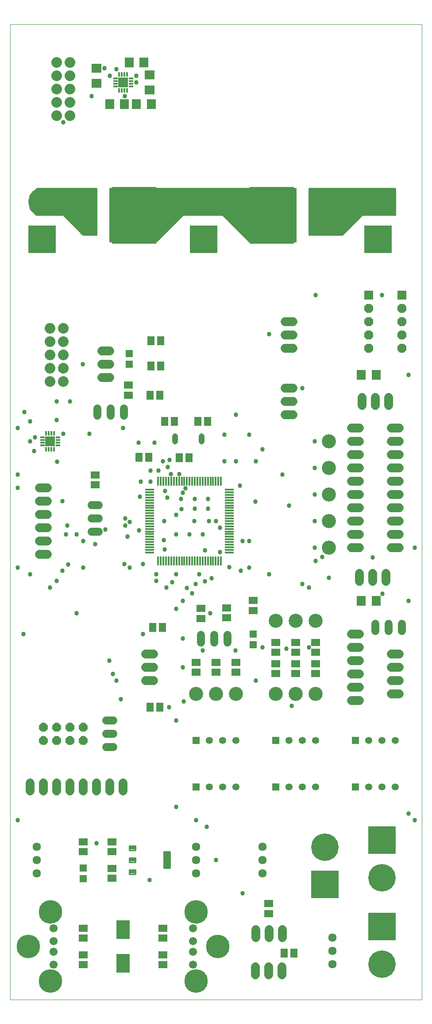
<source format=gts>
G04 EAGLE Gerber RS-274X export*
G75*
%MOMM*%
%FSLAX34Y34*%
%LPD*%
%INTop Solder Mask*%
%IPPOS*%
%AMOC8*
5,1,8,0,0,1.08239X$1,22.5*%
G01*
%ADD10C,0.000000*%
%ADD11R,1.652400X1.452400*%
%ADD12R,1.752400X1.952400*%
%ADD13R,1.952400X1.752400*%
%ADD14R,1.452400X1.652400*%
%ADD15C,2.032000*%
%ADD16R,5.252400X5.252400*%
%ADD17C,5.252400*%
%ADD18P,1.814519X8X202.500000*%
%ADD19R,0.952400X0.452400*%
%ADD20R,0.452400X0.952400*%
%ADD21R,1.952400X1.952400*%
%ADD22R,0.452400X1.752400*%
%ADD23R,1.752400X0.452400*%
%ADD24C,1.524000*%
%ADD25C,1.676400*%
%ADD26R,1.352400X1.352400*%
%ADD27P,1.869504X8X112.500000*%
%ADD28R,1.727200X1.727200*%
%ADD29C,1.117600*%
%ADD30R,1.752400X1.955400*%
%ADD31C,1.612391*%
%ADD32C,0.292247*%
%ADD33C,0.350975*%
%ADD34C,1.552400*%
%ADD35C,4.502400*%
%ADD36R,2.652400X3.652400*%
%ADD37C,1.352400*%
%ADD38R,3.202400X2.182400*%
%ADD39R,8.532400X10.812400*%
%ADD40C,2.692400*%
%ADD41C,0.858000*%

G36*
X279498Y1446543D02*
X279498Y1446543D01*
X279597Y1446546D01*
X279655Y1446563D01*
X279716Y1446571D01*
X279808Y1446607D01*
X279903Y1446635D01*
X279955Y1446665D01*
X280011Y1446688D01*
X280091Y1446746D01*
X280177Y1446796D01*
X280252Y1446862D01*
X280269Y1446874D01*
X280276Y1446884D01*
X280298Y1446903D01*
X330726Y1497331D01*
X405874Y1497331D01*
X456303Y1446903D01*
X456381Y1446842D01*
X456453Y1446774D01*
X456506Y1446745D01*
X456554Y1446708D01*
X456645Y1446668D01*
X456731Y1446620D01*
X456790Y1446605D01*
X456846Y1446581D01*
X456944Y1446566D01*
X457039Y1446541D01*
X457139Y1446535D01*
X457160Y1446531D01*
X457172Y1446533D01*
X457200Y1446531D01*
X546100Y1446531D01*
X546218Y1446546D01*
X546337Y1446553D01*
X546375Y1446566D01*
X546416Y1446571D01*
X546526Y1446614D01*
X546639Y1446651D01*
X546674Y1446673D01*
X546711Y1446688D01*
X546807Y1446758D01*
X546908Y1446821D01*
X546936Y1446851D01*
X546969Y1446874D01*
X547045Y1446966D01*
X547126Y1447053D01*
X547146Y1447088D01*
X547171Y1447119D01*
X547222Y1447227D01*
X547280Y1447331D01*
X547290Y1447371D01*
X547307Y1447407D01*
X547329Y1447524D01*
X547359Y1447639D01*
X547363Y1447700D01*
X547367Y1447720D01*
X547365Y1447740D01*
X547369Y1447800D01*
X547369Y1549400D01*
X547354Y1549518D01*
X547347Y1549637D01*
X547334Y1549675D01*
X547329Y1549716D01*
X547286Y1549826D01*
X547249Y1549939D01*
X547227Y1549974D01*
X547212Y1550011D01*
X547143Y1550107D01*
X547079Y1550208D01*
X547049Y1550236D01*
X547026Y1550269D01*
X546934Y1550345D01*
X546847Y1550426D01*
X546812Y1550446D01*
X546781Y1550471D01*
X546673Y1550522D01*
X546569Y1550580D01*
X546529Y1550590D01*
X546493Y1550607D01*
X546376Y1550629D01*
X546261Y1550659D01*
X546201Y1550663D01*
X546181Y1550667D01*
X546160Y1550665D01*
X546100Y1550669D01*
X190500Y1550669D01*
X190382Y1550654D01*
X190263Y1550647D01*
X190225Y1550634D01*
X190184Y1550629D01*
X190074Y1550586D01*
X189961Y1550549D01*
X189926Y1550527D01*
X189889Y1550512D01*
X189793Y1550443D01*
X189692Y1550379D01*
X189664Y1550349D01*
X189631Y1550326D01*
X189556Y1550234D01*
X189474Y1550147D01*
X189454Y1550112D01*
X189429Y1550081D01*
X189378Y1549973D01*
X189320Y1549869D01*
X189310Y1549829D01*
X189293Y1549793D01*
X189271Y1549676D01*
X189241Y1549561D01*
X189237Y1549501D01*
X189233Y1549481D01*
X189235Y1549460D01*
X189231Y1549400D01*
X189231Y1447800D01*
X189246Y1447682D01*
X189253Y1447563D01*
X189266Y1447525D01*
X189271Y1447484D01*
X189314Y1447374D01*
X189351Y1447261D01*
X189373Y1447226D01*
X189388Y1447189D01*
X189458Y1447093D01*
X189521Y1446992D01*
X189551Y1446964D01*
X189574Y1446931D01*
X189666Y1446856D01*
X189753Y1446774D01*
X189788Y1446754D01*
X189819Y1446729D01*
X189927Y1446678D01*
X190031Y1446620D01*
X190071Y1446610D01*
X190107Y1446593D01*
X190224Y1446571D01*
X190339Y1446541D01*
X190400Y1446537D01*
X190420Y1446533D01*
X190440Y1446535D01*
X190500Y1446531D01*
X279400Y1446531D01*
X279498Y1446543D01*
G37*
G36*
X635098Y1459243D02*
X635098Y1459243D01*
X635197Y1459246D01*
X635255Y1459263D01*
X635316Y1459271D01*
X635408Y1459307D01*
X635503Y1459335D01*
X635555Y1459365D01*
X635611Y1459388D01*
X635691Y1459446D01*
X635777Y1459496D01*
X635852Y1459562D01*
X635869Y1459574D01*
X635876Y1459584D01*
X635898Y1459603D01*
X673626Y1497331D01*
X736600Y1497331D01*
X736718Y1497346D01*
X736837Y1497353D01*
X736875Y1497366D01*
X736916Y1497371D01*
X737026Y1497414D01*
X737139Y1497451D01*
X737174Y1497473D01*
X737211Y1497488D01*
X737307Y1497558D01*
X737408Y1497621D01*
X737436Y1497651D01*
X737469Y1497674D01*
X737545Y1497766D01*
X737626Y1497853D01*
X737646Y1497888D01*
X737671Y1497919D01*
X737722Y1498027D01*
X737780Y1498131D01*
X737790Y1498171D01*
X737807Y1498207D01*
X737829Y1498324D01*
X737859Y1498439D01*
X737863Y1498500D01*
X737867Y1498520D01*
X737865Y1498540D01*
X737869Y1498600D01*
X737869Y1549400D01*
X737854Y1549518D01*
X737847Y1549637D01*
X737834Y1549675D01*
X737829Y1549716D01*
X737786Y1549826D01*
X737749Y1549939D01*
X737727Y1549974D01*
X737712Y1550011D01*
X737643Y1550107D01*
X737579Y1550208D01*
X737549Y1550236D01*
X737526Y1550269D01*
X737434Y1550345D01*
X737347Y1550426D01*
X737312Y1550446D01*
X737281Y1550471D01*
X737173Y1550522D01*
X737069Y1550580D01*
X737029Y1550590D01*
X736993Y1550607D01*
X736876Y1550629D01*
X736761Y1550659D01*
X736701Y1550663D01*
X736681Y1550667D01*
X736660Y1550665D01*
X736600Y1550669D01*
X571500Y1550669D01*
X571382Y1550654D01*
X571263Y1550647D01*
X571225Y1550634D01*
X571184Y1550629D01*
X571074Y1550586D01*
X570961Y1550549D01*
X570926Y1550527D01*
X570889Y1550512D01*
X570793Y1550443D01*
X570692Y1550379D01*
X570664Y1550349D01*
X570631Y1550326D01*
X570556Y1550234D01*
X570474Y1550147D01*
X570454Y1550112D01*
X570429Y1550081D01*
X570378Y1549973D01*
X570320Y1549869D01*
X570310Y1549829D01*
X570293Y1549793D01*
X570271Y1549676D01*
X570241Y1549561D01*
X570237Y1549501D01*
X570233Y1549481D01*
X570235Y1549460D01*
X570231Y1549400D01*
X570231Y1460500D01*
X570246Y1460382D01*
X570253Y1460263D01*
X570266Y1460225D01*
X570271Y1460184D01*
X570314Y1460074D01*
X570351Y1459961D01*
X570373Y1459926D01*
X570388Y1459889D01*
X570458Y1459793D01*
X570521Y1459692D01*
X570551Y1459664D01*
X570574Y1459631D01*
X570666Y1459556D01*
X570753Y1459474D01*
X570788Y1459454D01*
X570819Y1459429D01*
X570927Y1459378D01*
X571031Y1459320D01*
X571071Y1459310D01*
X571107Y1459293D01*
X571224Y1459271D01*
X571339Y1459241D01*
X571400Y1459237D01*
X571420Y1459233D01*
X571440Y1459235D01*
X571500Y1459231D01*
X635000Y1459231D01*
X635098Y1459243D01*
G37*
G36*
X165218Y1459246D02*
X165218Y1459246D01*
X165337Y1459253D01*
X165375Y1459266D01*
X165416Y1459271D01*
X165526Y1459314D01*
X165639Y1459351D01*
X165674Y1459373D01*
X165711Y1459388D01*
X165807Y1459458D01*
X165908Y1459521D01*
X165936Y1459551D01*
X165969Y1459574D01*
X166045Y1459666D01*
X166126Y1459753D01*
X166146Y1459788D01*
X166171Y1459819D01*
X166222Y1459927D01*
X166280Y1460031D01*
X166290Y1460071D01*
X166307Y1460107D01*
X166329Y1460224D01*
X166359Y1460339D01*
X166363Y1460400D01*
X166367Y1460420D01*
X166365Y1460440D01*
X166369Y1460500D01*
X166369Y1549400D01*
X166354Y1549518D01*
X166347Y1549637D01*
X166334Y1549675D01*
X166329Y1549716D01*
X166286Y1549826D01*
X166249Y1549939D01*
X166227Y1549974D01*
X166212Y1550011D01*
X166143Y1550107D01*
X166079Y1550208D01*
X166049Y1550236D01*
X166026Y1550269D01*
X165934Y1550345D01*
X165847Y1550426D01*
X165812Y1550446D01*
X165781Y1550471D01*
X165673Y1550522D01*
X165569Y1550580D01*
X165529Y1550590D01*
X165493Y1550607D01*
X165376Y1550629D01*
X165261Y1550659D01*
X165201Y1550663D01*
X165181Y1550667D01*
X165160Y1550665D01*
X165100Y1550669D01*
X50800Y1550669D01*
X50702Y1550657D01*
X50603Y1550654D01*
X50545Y1550637D01*
X50484Y1550629D01*
X50392Y1550593D01*
X50297Y1550565D01*
X50245Y1550535D01*
X50189Y1550512D01*
X50109Y1550454D01*
X50023Y1550404D01*
X49948Y1550338D01*
X49931Y1550326D01*
X49924Y1550316D01*
X49903Y1550298D01*
X37203Y1537598D01*
X37142Y1537519D01*
X37074Y1537447D01*
X37045Y1537394D01*
X37008Y1537346D01*
X36968Y1537255D01*
X36920Y1537169D01*
X36905Y1537110D01*
X36881Y1537054D01*
X36866Y1536956D01*
X36841Y1536861D01*
X36835Y1536761D01*
X36831Y1536740D01*
X36833Y1536728D01*
X36831Y1536700D01*
X36831Y1511300D01*
X36843Y1511202D01*
X36846Y1511103D01*
X36863Y1511045D01*
X36871Y1510984D01*
X36907Y1510892D01*
X36935Y1510797D01*
X36965Y1510745D01*
X36988Y1510689D01*
X37046Y1510609D01*
X37096Y1510523D01*
X37162Y1510448D01*
X37174Y1510431D01*
X37184Y1510424D01*
X37203Y1510403D01*
X49903Y1497703D01*
X49981Y1497642D01*
X50053Y1497574D01*
X50106Y1497545D01*
X50154Y1497508D01*
X50245Y1497468D01*
X50331Y1497420D01*
X50390Y1497405D01*
X50446Y1497381D01*
X50544Y1497366D01*
X50639Y1497341D01*
X50739Y1497335D01*
X50760Y1497331D01*
X50772Y1497333D01*
X50800Y1497331D01*
X101074Y1497331D01*
X138803Y1459603D01*
X138881Y1459542D01*
X138953Y1459474D01*
X139006Y1459445D01*
X139054Y1459408D01*
X139145Y1459368D01*
X139231Y1459320D01*
X139290Y1459305D01*
X139346Y1459281D01*
X139444Y1459266D01*
X139539Y1459241D01*
X139639Y1459235D01*
X139660Y1459231D01*
X139672Y1459233D01*
X139700Y1459231D01*
X165100Y1459231D01*
X165218Y1459246D01*
G37*
D10*
X0Y0D02*
X787400Y0D01*
X787200Y1863600D01*
X0Y1863600D01*
X0Y0D01*
D11*
X194310Y231800D03*
X194310Y250800D03*
D12*
X255300Y1790700D03*
X227300Y1790700D03*
D13*
X266700Y1738600D03*
X266700Y1766600D03*
D11*
X194310Y301600D03*
X194310Y282600D03*
D12*
X190470Y1710690D03*
X218470Y1710690D03*
D13*
X165100Y1779300D03*
X165100Y1751300D03*
D14*
X295300Y1104900D03*
X314300Y1104900D03*
X377800Y1104900D03*
X358800Y1104900D03*
D15*
X76200Y1282700D03*
X101600Y1282700D03*
X76200Y1257300D03*
X101600Y1257300D03*
X76200Y1231900D03*
X101600Y1231900D03*
X76200Y1206500D03*
X101600Y1206500D03*
X76200Y1181100D03*
X101600Y1181100D03*
D16*
X711200Y139700D03*
D17*
X711200Y68070D03*
D16*
X60960Y1452880D03*
D17*
X60960Y1524510D03*
D16*
X369570Y1452880D03*
D17*
X369570Y1524510D03*
D18*
X139700Y520700D03*
X114300Y520700D03*
X88900Y520700D03*
X63500Y520700D03*
X139700Y495300D03*
X114300Y495300D03*
X88900Y495300D03*
X63500Y495300D03*
D19*
X61200Y1074300D03*
X61200Y1069300D03*
X61200Y1064300D03*
X61200Y1059300D03*
D20*
X68700Y1051800D03*
X73700Y1051800D03*
X78700Y1051800D03*
X83700Y1051800D03*
D19*
X91200Y1059300D03*
X91200Y1064300D03*
X91200Y1069300D03*
X91200Y1074300D03*
D20*
X83700Y1081800D03*
X78700Y1081800D03*
X73700Y1081800D03*
X68700Y1081800D03*
D21*
X76200Y1066800D03*
D19*
X200900Y1760100D03*
X200900Y1755100D03*
X200900Y1750100D03*
X200900Y1745100D03*
D20*
X208400Y1737600D03*
X213400Y1737600D03*
X218400Y1737600D03*
X223400Y1737600D03*
D19*
X230900Y1745100D03*
X230900Y1750100D03*
X230900Y1755100D03*
X230900Y1760100D03*
D20*
X223400Y1767600D03*
X218400Y1767600D03*
X213400Y1767600D03*
X208400Y1767600D03*
D21*
X215900Y1752600D03*
D22*
X402900Y990400D03*
X397900Y990400D03*
X392900Y990400D03*
X387900Y990400D03*
X382900Y990400D03*
X377900Y990400D03*
X372900Y990400D03*
X367900Y990400D03*
X362900Y990400D03*
X357900Y990400D03*
X352900Y990400D03*
X347900Y990400D03*
X342900Y990400D03*
X337900Y990400D03*
X332900Y990400D03*
X327900Y990400D03*
X322900Y990400D03*
X317900Y990400D03*
X312900Y990400D03*
X307900Y990400D03*
X302900Y990400D03*
X297900Y990400D03*
X292900Y990400D03*
X287900Y990400D03*
X282900Y990400D03*
D23*
X266900Y974400D03*
X266900Y969400D03*
X266900Y964400D03*
X266900Y959400D03*
X266900Y954400D03*
X266900Y949400D03*
X266900Y944400D03*
X266900Y939400D03*
X266900Y934400D03*
X266900Y929400D03*
X266900Y924400D03*
X266900Y919400D03*
X266900Y914400D03*
X266900Y909400D03*
X266900Y904400D03*
X266900Y899400D03*
X266900Y894400D03*
X266900Y889400D03*
X266900Y884400D03*
X266900Y879400D03*
X266900Y874400D03*
X266900Y869400D03*
X266900Y864400D03*
X266900Y859400D03*
X266900Y854400D03*
D22*
X282900Y838400D03*
X287900Y838400D03*
X292900Y838400D03*
X297900Y838400D03*
X302900Y838400D03*
X307900Y838400D03*
X312900Y838400D03*
X317900Y838400D03*
X322900Y838400D03*
X327900Y838400D03*
X332900Y838400D03*
X337900Y838400D03*
X342900Y838400D03*
X347900Y838400D03*
X352900Y838400D03*
X357900Y838400D03*
X362900Y838400D03*
X367900Y838400D03*
X372900Y838400D03*
X377900Y838400D03*
X382900Y838400D03*
X387900Y838400D03*
X392900Y838400D03*
X397900Y838400D03*
X402900Y838400D03*
D23*
X418900Y854400D03*
X418900Y859400D03*
X418900Y864400D03*
X418900Y869400D03*
X418900Y874400D03*
X418900Y879400D03*
X418900Y884400D03*
X418900Y889400D03*
X418900Y894400D03*
X418900Y899400D03*
X418900Y904400D03*
X418900Y909400D03*
X418900Y914400D03*
X418900Y919400D03*
X418900Y924400D03*
X418900Y929400D03*
X418900Y934400D03*
X418900Y939400D03*
X418900Y944400D03*
X418900Y949400D03*
X418900Y954400D03*
X418900Y959400D03*
X418900Y964400D03*
X418900Y969400D03*
X418900Y974400D03*
D15*
X88900Y1790700D03*
X114300Y1790700D03*
X88900Y1765300D03*
X114300Y1765300D03*
X88900Y1739900D03*
X114300Y1739900D03*
X88900Y1714500D03*
X114300Y1714500D03*
X88900Y1689100D03*
X114300Y1689100D03*
D24*
X415290Y696468D02*
X415290Y682752D01*
X389890Y682752D02*
X389890Y696468D01*
X364490Y696468D02*
X364490Y682752D01*
X217170Y1115822D02*
X217170Y1129538D01*
X191770Y1129538D02*
X191770Y1115822D01*
X166370Y1115822D02*
X166370Y1129538D01*
D25*
X71120Y977900D02*
X55880Y977900D01*
X55880Y952500D02*
X71120Y952500D01*
X71120Y927100D02*
X55880Y927100D01*
X55880Y901700D02*
X71120Y901700D01*
X71120Y876300D02*
X55880Y876300D01*
X55880Y850900D02*
X71120Y850900D01*
D26*
X227330Y1213780D03*
X227330Y1234780D03*
X139700Y230800D03*
X139700Y251800D03*
D27*
X685800Y1244600D03*
X685800Y1270000D03*
X685800Y1295400D03*
X685800Y1320800D03*
D28*
X685800Y1346200D03*
D16*
X711200Y304800D03*
D17*
X711200Y233170D03*
D25*
X520700Y133350D02*
X520700Y118110D01*
X495300Y118110D02*
X495300Y133350D01*
X469900Y133350D02*
X469900Y118110D01*
D29*
X365760Y1067054D02*
X365760Y1076706D01*
X314960Y1076706D02*
X314960Y1067054D01*
D25*
X525780Y1168400D02*
X541020Y1168400D01*
X541020Y1143000D02*
X525780Y1143000D01*
X525780Y1117600D02*
X541020Y1117600D01*
X541020Y1295400D02*
X525780Y1295400D01*
X525780Y1270000D02*
X541020Y1270000D01*
X541020Y1244600D02*
X525780Y1244600D01*
X668020Y814070D02*
X668020Y798830D01*
X693420Y798830D02*
X693420Y814070D01*
X718820Y814070D02*
X718820Y798830D01*
X468630Y62230D02*
X468630Y46990D01*
X494030Y46990D02*
X494030Y62230D01*
X519430Y62230D02*
X519430Y46990D01*
X673100Y1135380D02*
X673100Y1150620D01*
X698500Y1150620D02*
X698500Y1135380D01*
X723900Y1135380D02*
X723900Y1150620D01*
D14*
X264770Y1036320D03*
X245770Y1036320D03*
X267360Y1154430D03*
X286360Y1154430D03*
D11*
X414020Y748640D03*
X414020Y729640D03*
X364490Y728370D03*
X364490Y747370D03*
D14*
X342240Y1035050D03*
X323240Y1035050D03*
D11*
X292100Y136500D03*
X292100Y117500D03*
X292100Y85700D03*
X292100Y66700D03*
X139700Y66700D03*
X139700Y85700D03*
X139700Y117500D03*
X139700Y136500D03*
D30*
X241050Y1710690D03*
X269490Y1710690D03*
D27*
X749300Y1244600D03*
X749300Y1270000D03*
X749300Y1295400D03*
X749300Y1320800D03*
D28*
X749300Y1346200D03*
D25*
X190500Y1188720D02*
X175260Y1188720D01*
X175260Y1214120D02*
X190500Y1214120D01*
X190500Y1239520D02*
X175260Y1239520D01*
X259080Y660400D02*
X274320Y660400D01*
X274320Y635000D02*
X259080Y635000D01*
X259080Y609600D02*
X274320Y609600D01*
D31*
X482600Y241300D03*
X482600Y266700D03*
X482600Y292100D03*
X50800Y241300D03*
X50800Y266700D03*
X50800Y292100D03*
X355600Y241300D03*
X355600Y266700D03*
X355600Y292100D03*
X615950Y118110D03*
X615950Y92710D03*
X615950Y67310D03*
D32*
X227399Y285649D02*
X227399Y293551D01*
X239101Y293551D01*
X239101Y285649D01*
X227399Y285649D01*
X227399Y288425D02*
X239101Y288425D01*
X239101Y291201D02*
X227399Y291201D01*
X227399Y270651D02*
X227399Y262749D01*
X227399Y270651D02*
X239101Y270651D01*
X239101Y262749D01*
X227399Y262749D01*
X227399Y265525D02*
X239101Y265525D01*
X239101Y268301D02*
X227399Y268301D01*
X227399Y247751D02*
X227399Y239849D01*
X227399Y247751D02*
X239101Y247751D01*
X239101Y239849D01*
X227399Y239849D01*
X227399Y242625D02*
X239101Y242625D01*
X239101Y245401D02*
X227399Y245401D01*
D33*
X294593Y251493D02*
X294593Y281907D01*
X305707Y281907D01*
X305707Y251493D01*
X294593Y251493D01*
X294593Y254827D02*
X305707Y254827D01*
X305707Y258161D02*
X294593Y258161D01*
X294593Y261495D02*
X305707Y261495D01*
X305707Y264829D02*
X294593Y264829D01*
X294593Y268163D02*
X305707Y268163D01*
X305707Y271497D02*
X294593Y271497D01*
X294593Y274831D02*
X305707Y274831D01*
X305707Y278165D02*
X294593Y278165D01*
X294593Y281499D02*
X305707Y281499D01*
D34*
X349300Y136600D03*
X349300Y111600D03*
X349300Y91600D03*
X349300Y66600D03*
D35*
X355300Y35900D03*
X397100Y101600D03*
X355300Y167300D03*
D34*
X82500Y66600D03*
X82500Y91600D03*
X82500Y111600D03*
X82500Y136600D03*
D35*
X76500Y167300D03*
X34700Y101600D03*
X76500Y35900D03*
D16*
X703580Y1452880D03*
D17*
X703580Y1524510D03*
D25*
X668020Y939800D02*
X652780Y939800D01*
X652780Y965200D02*
X668020Y965200D01*
X668020Y990600D02*
X652780Y990600D01*
X652780Y1016000D02*
X668020Y1016000D01*
X668020Y1041400D02*
X652780Y1041400D01*
X652780Y1066800D02*
X668020Y1066800D01*
X668020Y1092200D02*
X652780Y1092200D01*
X652780Y914400D02*
X668020Y914400D01*
X668020Y889000D02*
X652780Y889000D01*
X652780Y863600D02*
X668020Y863600D01*
X728980Y939800D02*
X744220Y939800D01*
X744220Y965200D02*
X728980Y965200D01*
X728980Y990600D02*
X744220Y990600D01*
X744220Y1016000D02*
X728980Y1016000D01*
X728980Y1041400D02*
X744220Y1041400D01*
X744220Y1066800D02*
X728980Y1066800D01*
X728980Y1092200D02*
X744220Y1092200D01*
X744220Y914400D02*
X728980Y914400D01*
X728980Y889000D02*
X744220Y889000D01*
X744220Y863600D02*
X728980Y863600D01*
D11*
X162560Y1002640D03*
X162560Y983640D03*
D24*
X169418Y894080D02*
X155702Y894080D01*
X155702Y919480D02*
X169418Y919480D01*
X169418Y944880D02*
X155702Y944880D01*
D25*
X728980Y584200D02*
X744220Y584200D01*
X744220Y609600D02*
X728980Y609600D01*
X728980Y635000D02*
X744220Y635000D01*
X744220Y660400D02*
X728980Y660400D01*
D36*
X215900Y134100D03*
X215900Y69100D03*
D26*
X660400Y406400D03*
D37*
X685800Y406400D03*
X711200Y406400D03*
X736600Y406400D03*
D26*
X660400Y495300D03*
D37*
X685800Y495300D03*
X711200Y495300D03*
X736600Y495300D03*
D26*
X355600Y406400D03*
D37*
X381000Y406400D03*
X406400Y406400D03*
X431800Y406400D03*
D26*
X355600Y495300D03*
D37*
X381000Y495300D03*
X406400Y495300D03*
X431800Y495300D03*
D26*
X508000Y406400D03*
D37*
X533400Y406400D03*
X558800Y406400D03*
X584200Y406400D03*
D26*
X508000Y495300D03*
D37*
X533400Y495300D03*
X558800Y495300D03*
X584200Y495300D03*
D11*
X508000Y622960D03*
X508000Y641960D03*
X546100Y622960D03*
X546100Y641960D03*
X584200Y622960D03*
X584200Y641960D03*
X355600Y625500D03*
X355600Y644500D03*
X393700Y625500D03*
X393700Y644500D03*
X431800Y625500D03*
X431800Y644500D03*
X508000Y682600D03*
X508000Y663600D03*
X546100Y682600D03*
X546100Y663600D03*
X584200Y682600D03*
X584200Y663600D03*
D38*
X150460Y1524000D03*
X150460Y1473200D03*
D39*
X236610Y1498600D03*
D38*
X586140Y1473200D03*
X586140Y1524000D03*
D39*
X499990Y1498600D03*
D11*
X139700Y301600D03*
X139700Y282600D03*
D14*
X542900Y88900D03*
X523900Y88900D03*
D11*
X494030Y183490D03*
X494030Y164490D03*
D14*
X291440Y711200D03*
X272440Y711200D03*
X267360Y558800D03*
X286360Y558800D03*
D11*
X226060Y1155090D03*
X226060Y1174090D03*
D25*
X38100Y414020D02*
X38100Y398780D01*
X63500Y398780D02*
X63500Y414020D01*
X88900Y414020D02*
X88900Y398780D01*
X114300Y398780D02*
X114300Y414020D01*
X139700Y414020D02*
X139700Y398780D01*
X165100Y398780D02*
X165100Y414020D01*
X190500Y414020D02*
X190500Y398780D01*
X215900Y398780D02*
X215900Y414020D01*
D24*
X197358Y533400D02*
X183642Y533400D01*
X183642Y508000D02*
X197358Y508000D01*
X197358Y482600D02*
X183642Y482600D01*
D25*
X652780Y571500D02*
X668020Y571500D01*
X668020Y596900D02*
X652780Y596900D01*
X652780Y622300D02*
X668020Y622300D01*
X668020Y647700D02*
X652780Y647700D01*
X652780Y673100D02*
X668020Y673100D01*
X668020Y698500D02*
X652780Y698500D01*
D24*
X698500Y704342D02*
X698500Y718058D01*
X723900Y718058D02*
X723900Y704342D01*
X749300Y704342D02*
X749300Y718058D01*
D11*
X464820Y762610D03*
X464820Y743610D03*
D26*
X464820Y677840D03*
X464820Y698840D03*
D30*
X700020Y762000D03*
X671580Y762000D03*
X700020Y1193800D03*
X671580Y1193800D03*
D40*
X508000Y584200D03*
X546100Y584200D03*
X584200Y584200D03*
X355600Y584200D03*
X393700Y584200D03*
X431800Y584200D03*
X508000Y723900D03*
X546100Y723900D03*
X584200Y723900D03*
D16*
X601980Y219710D03*
D17*
X601980Y291340D03*
D40*
X609600Y863600D03*
X609600Y914400D03*
X609600Y965200D03*
X609600Y1016000D03*
X609600Y1066800D03*
D14*
X287630Y1210310D03*
X268630Y1210310D03*
X268630Y1258570D03*
X287630Y1258570D03*
D41*
X249580Y989330D03*
X368300Y889000D03*
X317420Y889080D03*
X342900Y889000D03*
X327355Y936955D03*
X353060Y937920D03*
X378460Y937920D03*
X306703Y1003960D03*
X331800Y569900D03*
X38100Y1104900D03*
X303840Y558800D03*
X538480Y561340D03*
X469900Y609600D03*
X88900Y1143000D03*
X114300Y1143000D03*
X419100Y826460D03*
X38100Y1066800D03*
X547700Y662000D03*
X45174Y1048474D03*
X266700Y228600D03*
X355600Y342900D03*
X773423Y342900D03*
X773369Y863600D03*
X165100Y299200D03*
X139700Y301600D03*
X353060Y956920D03*
X326390Y956920D03*
X254000Y831850D03*
X401320Y855370D03*
X352400Y914400D03*
X294640Y914400D03*
X380194Y914400D03*
X89550Y1028050D03*
X13942Y342900D03*
X13942Y825500D03*
X378460Y956920D03*
X762000Y355600D03*
X762000Y1193800D03*
X700020Y1193800D03*
X317500Y812800D03*
X317500Y368300D03*
X13942Y1092200D03*
X275590Y1064260D03*
X13942Y977900D03*
X317500Y533400D03*
X215900Y1092200D03*
X364490Y747370D03*
X317500Y746760D03*
X700020Y762000D03*
X762000Y762000D03*
X409600Y1079500D03*
X439420Y982320D03*
X409600Y1028700D03*
X13942Y1003300D03*
X247650Y961230D03*
X88930Y1107440D03*
X494030Y183490D03*
X375920Y330200D03*
X196370Y622300D03*
X508000Y581640D03*
X189540Y647700D03*
X546100Y581640D03*
X430530Y666750D03*
X368300Y666750D03*
X335192Y976840D03*
X468602Y951202D03*
X355600Y581640D03*
X211272Y574040D03*
X393700Y581640D03*
X301582Y1017620D03*
X482600Y1051560D03*
X508000Y727100D03*
X323169Y1003960D03*
X520700Y1003300D03*
X546100Y727100D03*
X254000Y698500D03*
X584200Y581640D03*
X203200Y609600D03*
X431800Y581640D03*
X330200Y968980D03*
X533400Y944372D03*
X584200Y727100D03*
X295300Y859790D03*
X372720Y858520D03*
X138430Y1214120D03*
X139700Y876300D03*
X25400Y698500D03*
X26670Y1122680D03*
X330200Y635000D03*
X330200Y689610D03*
X218102Y832330D03*
X110490Y831370D03*
X139700Y825500D03*
X228600Y825500D03*
X99975Y952500D03*
X99975Y819731D03*
X440690Y819630D03*
X382827Y737859D03*
X106805Y889000D03*
X127000Y737870D03*
X293370Y877570D03*
X584200Y1346200D03*
X571500Y787400D03*
X337820Y786130D03*
X127000Y889000D03*
X223774Y884654D03*
X431800Y1117600D03*
X469900Y1028700D03*
X431800Y1028700D03*
X457200Y1079500D03*
X246039Y896846D03*
X101600Y1081250D03*
X181836Y897890D03*
X151130Y1081250D03*
X46990Y1074420D03*
X228600Y912570D03*
X279400Y812800D03*
X38100Y812800D03*
X76200Y787400D03*
X298450Y787400D03*
X88900Y800100D03*
X279400Y800100D03*
X109220Y905510D03*
X219710Y905510D03*
X582680Y1066800D03*
X304800Y1031410D03*
X582680Y1016000D03*
X292100Y1028700D03*
X582680Y965200D03*
X283210Y1010920D03*
X582680Y863600D03*
X400768Y901700D03*
X190500Y1765300D03*
X218880Y1726266D03*
X155874Y1726266D03*
X241300Y1752600D03*
X241300Y1765300D03*
X255300Y1790700D03*
X203200Y1778000D03*
X269490Y1710690D03*
X101600Y1676400D03*
X180340Y1779270D03*
X165100Y1751300D03*
X218470Y1710690D03*
X241050Y1710690D03*
X347980Y775970D03*
X711200Y1346200D03*
X711699Y775199D03*
X219710Y919480D03*
X162560Y870176D03*
X292100Y136500D03*
X444500Y203200D03*
X582680Y914400D03*
X393700Y914400D03*
X296070Y971720D03*
X317500Y925860D03*
X372110Y798830D03*
X309400Y797560D03*
X393700Y266700D03*
X558800Y1168400D03*
X354730Y794230D03*
X558800Y794230D03*
X495300Y812800D03*
X495300Y1271520D03*
X361560Y812546D03*
X457200Y825500D03*
X457200Y876300D03*
X596688Y845820D03*
X584200Y838200D03*
X444500Y876300D03*
X385005Y805254D03*
X609600Y805970D03*
X139700Y66700D03*
X571500Y673100D03*
X528320Y670560D03*
X482600Y673100D03*
X693420Y844550D03*
X330200Y762000D03*
X464820Y762610D03*
X300330Y958850D03*
X264770Y1036320D03*
X268580Y989330D03*
X268580Y1010920D03*
X245110Y1064260D03*
M02*

</source>
